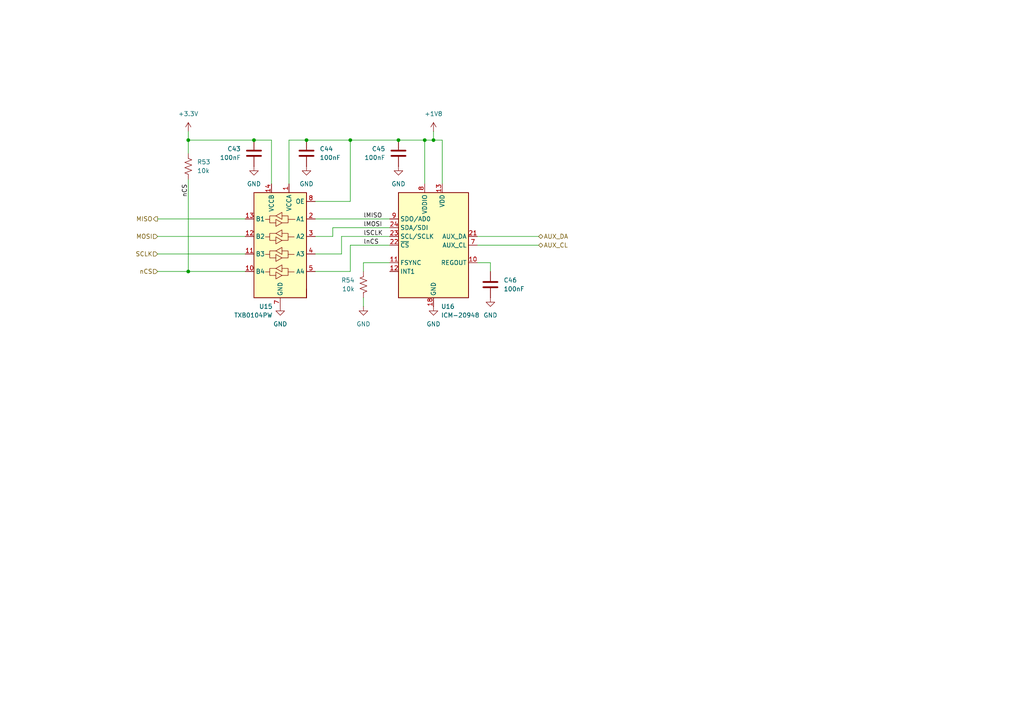
<source format=kicad_sch>
(kicad_sch (version 20231120) (generator "eeschema") (generator_version "8.0")
  (paper "A4")
  (lib_symbols
    (symbol "Device:C" (pin_numbers hide) (pin_names (offset 0.254))
      (property "Reference" "C" (at 0.635 2.54 0))
      (property "Value" "C" (at 0.635 -2.54 0))
      (symbol "C_0_1"
        (polyline (pts (xy -2.032 -0.762) (xy 2.032 -0.762)) (stroke (width 0.508)))
        (polyline (pts (xy -2.032 0.762) (xy 2.032 0.762)) (stroke (width 0.508)))
      )
      (symbol "C_1_1"
        (pin passive line (at 0 3.81 270) (length 2.794) (name "~") (number "1"))
        (pin passive line (at 0 -3.81 90) (length 2.794) (name "~") (number "2"))
      )
    )
    (symbol "Device:R_US" (pin_numbers hide) (pin_names (offset 0))
      (property "Reference" "R" (at 2.54 0 90))
      (property "Value" "R_US" (at -2.54 0 90))
      (symbol "R_US_0_1"
        (polyline (pts (xy 0 -2.286) (xy 0 -2.54)))
        (polyline (pts (xy 0 2.286) (xy 0 2.54)))
        (polyline (pts (xy 0 -0.762) (xy 1.016 -1.143) (xy 0 -1.524) (xy -1.016 -1.905) (xy 0 -2.286)))
        (polyline (pts (xy 0 0.762) (xy 1.016 0.381) (xy 0 0) (xy -1.016 -0.381) (xy 0 -0.762)))
        (polyline (pts (xy 0 2.286) (xy 1.016 1.905) (xy 0 1.524) (xy -1.016 1.143) (xy 0 0.762)))
      )
      (symbol "R_US_1_1"
        (pin passive line (at 0 3.81 270) (length 1.27) (name "~") (number "1"))
        (pin passive line (at 0 -3.81 90) (length 1.27) (name "~") (number "2"))
      )
    )
    (symbol "Logic_LevelTranslator:TXB0104PW"
      (property "Reference" "U" (at -6.35 16.51 0))
      (property "Value" "TXB0104PW" (at 3.81 16.51 0))
      (symbol "TXB0104PW_0_1"
        (rectangle (start -7.62 -15.24) (end -7.62 -12.7) (stroke (width 0.254)))
        (rectangle (start -7.62 15.24) (end 7.62 -15.24) (stroke (width 0.254)) (fill (type background)))
        (polyline (pts (xy -2.286 -7.747) (xy -2.286 -6.731) (xy -0.508 -6.731)))
        (polyline (pts (xy -2.286 -2.667) (xy -2.286 -1.651) (xy -0.508 -1.651)))
        (polyline (pts (xy -2.286 2.413) (xy -2.286 3.429) (xy -0.508 3.429)))
        (polyline (pts (xy -2.286 7.493) (xy -2.286 8.509) (xy -0.508 8.509)))
        (polyline (pts (xy 3.048 -7.747) (xy 3.048 -8.763) (xy 1.27 -8.763)))
        (polyline (pts (xy 3.048 -2.667) (xy 3.048 -3.683) (xy 1.27 -3.683)))
        (polyline (pts (xy 3.048 2.413) (xy 3.048 1.397) (xy 1.27 1.397)))
        (polyline (pts (xy 3.048 7.493) (xy 3.048 6.477) (xy 1.27 6.477)))
        (polyline (pts (xy -0.508 -8.763) (xy -2.286 -8.763) (xy -2.286 -7.747) (xy -4.064 -7.747)))
        (polyline (pts (xy -0.508 -8.763) (xy 1.27 -7.747) (xy 1.27 -9.779) (xy -0.508 -8.763)))
        (polyline (pts (xy -0.508 -3.683) (xy -2.286 -3.683) (xy -2.286 -2.667) (xy -4.064 -2.667)))
        (polyline (pts (xy -0.508 -3.683) (xy 1.27 -2.667) (xy 1.27 -4.699) (xy -0.508 -3.683)))
        (polyline (pts (xy -0.508 1.397) (xy -2.286 1.397) (xy -2.286 2.413) (xy -4.064 2.413)))
        (polyline (pts (xy -0.508 1.397) (xy 1.27 2.413) (xy 1.27 0.381) (xy -0.508 1.397)))
        (polyline (pts (xy -0.508 6.477) (xy -2.286 6.477) (xy -2.286 7.493) (xy -4.318 7.493)))
        (polyline (pts (xy -0.508 6.477) (xy 1.27 7.493) (xy 1.27 5.461) (xy -0.508 6.477)))
        (polyline (pts (xy 1.27 -6.731) (xy -0.508 -7.747) (xy -0.508 -5.715) (xy 1.27 -6.731)))
        (polyline (pts (xy 1.27 -6.731) (xy 3.048 -6.731) (xy 3.048 -7.747) (xy 4.318 -7.747)))
        (polyline (pts (xy 1.27 -1.651) (xy -0.508 -2.667) (xy -0.508 -0.635) (xy 1.27 -1.651)))
        (polyline (pts (xy 1.27 -1.651) (xy 3.048 -1.651) (xy 3.048 -2.667) (xy 4.318 -2.667)))
        (polyline (pts (xy 1.27 3.429) (xy -0.508 2.413) (xy -0.508 4.445) (xy 1.27 3.429)))
        (polyline (pts (xy 1.27 3.429) (xy 3.048 3.429) (xy 3.048 2.413) (xy 4.318 2.413)))
        (polyline (pts (xy 1.27 8.509) (xy -0.508 7.493) (xy -0.508 9.525) (xy 1.27 8.509)))
        (polyline (pts (xy 1.27 8.509) (xy 3.048 8.509) (xy 3.048 7.493) (xy 4.318 7.493)))
      )
      (symbol "TXB0104PW_1_1"
        (pin power_in line (at -2.54 17.78 270) (length 2.54) (name "VCCA") (number "1"))
        (pin bidirectional line (at 10.16 -7.62 180) (length 2.54) (name "B4") (number "10"))
        (pin bidirectional line (at 10.16 -2.54 180) (length 2.54) (name "B3") (number "11"))
        (pin bidirectional line (at 10.16 2.54 180) (length 2.54) (name "B2") (number "12"))
        (pin bidirectional line (at 10.16 7.62 180) (length 2.54) (name "B1") (number "13"))
        (pin power_in line (at 2.54 17.78 270) (length 2.54) (name "VCCB") (number "14"))
        (pin bidirectional line (at -10.16 7.62 0) (length 2.54) (name "A1") (number "2"))
        (pin bidirectional line (at -10.16 2.54 0) (length 2.54) (name "A2") (number "3"))
        (pin bidirectional line (at -10.16 -2.54 0) (length 2.54) (name "A3") (number "4"))
        (pin bidirectional line (at -10.16 -7.62 0) (length 2.54) (name "A4") (number "5"))
        (pin no_connect line (at -7.62 -12.7 0) (length 2.54) hide (name "NC") (number "6"))
        (pin power_in line (at 0 -17.78 90) (length 2.54) (name "GND") (number "7"))
        (pin input line (at -10.16 12.7 0) (length 2.54) (name "OE") (number "8"))
        (pin no_connect line (at 7.62 -12.7 180) (length 2.54) hide (name "NC") (number "9"))
      )
    )
    (symbol "Sensor_Motion:ICM-20948"
      (property "Reference" "U" (at -11.43 16.51 0))
      (property "Value" "ICM-20948" (at 7.62 -16.51 0))
      (symbol "ICM-20948_0_1"
        (rectangle (start -10.16 15.24) (end 10.16 -15.24) (stroke (width 0.254)) (fill (type background)))
      )
      (symbol "ICM-20948_1_1"
        (pin no_connect line (at -10.16 12.7 0) (length 2.54) hide (name "NC") (number "1"))
        (pin passive line (at 12.7 -5.08 180) (length 2.54) (name "REGOUT") (number "10"))
        (pin input line (at -12.7 -5.08 0) (length 2.54) (name "FSYNC") (number "11"))
        (pin output line (at -12.7 -7.62 0) (length 2.54) (name "INT1") (number "12"))
        (pin power_in line (at 2.54 17.78 270) (length 2.54) (name "VDD") (number "13"))
        (pin no_connect line (at 10.16 7.62 180) (length 2.54) hide (name "NC") (number "14"))
        (pin no_connect line (at 10.16 5.08 180) (length 2.54) hide (name "NC") (number "15"))
        (pin no_connect line (at 10.16 -7.62 180) (length 2.54) hide (name "NC") (number "16"))
        (pin no_connect line (at 10.16 -10.16 180) (length 2.54) hide (name "NC") (number "17"))
        (pin power_in line (at 0 -17.78 90) (length 2.54) (name "GND") (number "18"))
        (pin no_connect line (at 10.16 -12.7 180) (length 2.54) hide (name "RESV") (number "19"))
        (pin no_connect line (at -10.16 10.16 0) (length 2.54) hide (name "NC") (number "2"))
        (pin passive line (at 0 -17.78 90) (length 2.54) hide (name "GND") (number "20"))
        (pin bidirectional line (at 12.7 2.54 180) (length 2.54) (name "AUX_DA") (number "21"))
        (pin input line (at -12.7 0 0) (length 2.54) (name "~{CS}") (number "22"))
        (pin input line (at -12.7 2.54 0) (length 2.54) (name "SCL/SCLK") (number "23"))
        (pin bidirectional line (at -12.7 5.08 0) (length 2.54) (name "SDA/SDI") (number "24"))
        (pin no_connect line (at -10.16 -2.54 0) (length 2.54) hide (name "NC") (number "3"))
        (pin no_connect line (at -10.16 -10.16 0) (length 2.54) hide (name "NC") (number "4"))
        (pin no_connect line (at -10.16 -12.7 0) (length 2.54) hide (name "NC") (number "5"))
        (pin no_connect line (at 10.16 10.16 180) (length 2.54) hide (name "NC") (number "6"))
        (pin output line (at 12.7 0 180) (length 2.54) (name "AUX_CL") (number "7"))
        (pin power_in line (at -2.54 17.78 270) (length 2.54) (name "VDDIO") (number "8"))
        (pin bidirectional line (at -12.7 7.62 0) (length 2.54) (name "SDO/AD0") (number "9"))
      )
    )
    (symbol "power:+1V8" (power) (pin_numbers hide) (pin_names (offset 0) hide)
      (property "Value" "+1V8" (at 0 3.556 0))
      (symbol "+1V8_0_1"
        (polyline (pts (xy -0.762 1.27) (xy 0 2.54)))
        (polyline (pts (xy 0 0) (xy 0 2.54)))
        (polyline (pts (xy 0 2.54) (xy 0.762 1.27)))
      )
      (symbol "+1V8_1_1"
        (pin power_in line (at 0 0 90) (length 0) (name "~") (number "1"))
      )
    )
    (symbol "power:+3.3V" (power) (pin_numbers hide) (pin_names (offset 0) hide)
      (property "Value" "+3.3V" (at 0 3.556 0))
      (symbol "+3.3V_0_1"
        (polyline (pts (xy -0.762 1.27) (xy 0 2.54)))
        (polyline (pts (xy 0 0) (xy 0 2.54)))
        (polyline (pts (xy 0 2.54) (xy 0.762 1.27)))
      )
      (symbol "+3.3V_1_1"
        (pin power_in line (at 0 0 90) (length 0) (name "~") (number "1"))
      )
    )
    (symbol "power:GND" (power) (pin_numbers hide) (pin_names (offset 0) hide)
      (property "Value" "GND" (at 0 -3.81 0))
      (symbol "GND_0_1"
        (polyline (pts (xy 0 0) (xy 0 -1.27) (xy 1.27 -1.27) (xy 0 -2.54) (xy -1.27 -1.27) (xy 0 -1.27)))
      )
      (symbol "GND_1_1"
        (pin power_in line (at 0 0 270) (length 0) (name "~") (number "1"))
      )
    )
  )
  (junction (at 73.66 40.64))
  (junction (at 115.57 40.64))
  (junction (at 123.19 40.64))
  (junction (at 101.6 40.64))
  (junction (at 54.61 40.64))
  (junction (at 54.61 78.74))
  (junction (at 125.73 40.64))
  (junction (at 88.9 40.64))
  (wire (pts (xy 96.52 66.04) (xy 96.52 68.58)))
  (wire (pts (xy 99.06 68.58) (xy 113.03 68.58)))
  (wire (pts (xy 105.41 86.36) (xy 105.41 88.9)))
  (wire (pts (xy 128.27 40.64) (xy 128.27 53.34)))
  (wire (pts (xy 91.44 63.5) (xy 113.03 63.5)))
  (wire (pts (xy 105.41 76.2) (xy 105.41 78.74)))
  (wire (pts (xy 123.19 40.64) (xy 123.19 53.34)))
  (wire (pts (xy 99.06 68.58) (xy 99.06 73.66)))
  (wire (pts (xy 91.44 78.74) (xy 101.6 78.74)))
  (wire (pts (xy 54.61 52.07) (xy 54.61 78.74)))
  (wire (pts (xy 88.9 40.64) (xy 101.6 40.64)))
  (wire (pts (xy 115.57 40.64) (xy 123.19 40.64)))
  (wire (pts (xy 138.43 68.58) (xy 156.21 68.58)))
  (wire (pts (xy 138.43 71.12) (xy 156.21 71.12)))
  (wire (pts (xy 83.82 40.64) (xy 88.9 40.64)))
  (wire (pts (xy 101.6 40.64) (xy 115.57 40.64)))
  (wire (pts (xy 54.61 38.1) (xy 54.61 40.64)))
  (wire (pts (xy 101.6 71.12) (xy 113.03 71.12)))
  (wire (pts (xy 54.61 40.64) (xy 54.61 44.45)))
  (wire (pts (xy 96.52 68.58) (xy 91.44 68.58)))
  (wire (pts (xy 54.61 78.74) (xy 71.12 78.74)))
  (wire (pts (xy 45.72 63.5) (xy 71.12 63.5)))
  (wire (pts (xy 83.82 53.34) (xy 83.82 40.64)))
  (wire (pts (xy 91.44 73.66) (xy 99.06 73.66)))
  (wire (pts (xy 78.74 53.34) (xy 78.74 40.64)))
  (wire (pts (xy 101.6 71.12) (xy 101.6 78.74)))
  (wire (pts (xy 45.72 73.66) (xy 71.12 73.66)))
  (wire (pts (xy 138.43 76.2) (xy 142.24 76.2)))
  (wire (pts (xy 45.72 68.58) (xy 71.12 68.58)))
  (wire (pts (xy 73.66 40.64) (xy 78.74 40.64)))
  (wire (pts (xy 142.24 76.2) (xy 142.24 78.74)))
  (wire (pts (xy 45.72 78.74) (xy 54.61 78.74)))
  (wire (pts (xy 54.61 40.64) (xy 73.66 40.64)))
  (wire (pts (xy 91.44 58.42) (xy 101.6 58.42)))
  (wire (pts (xy 101.6 40.64) (xy 101.6 58.42)))
  (wire (pts (xy 125.73 40.64) (xy 128.27 40.64)))
  (wire (pts (xy 123.19 40.64) (xy 125.73 40.64)))
  (wire (pts (xy 96.52 66.04) (xy 113.03 66.04)))
  (wire (pts (xy 113.03 76.2) (xy 105.41 76.2)))
  (wire (pts (xy 125.73 38.1) (xy 125.73 40.64)))
  (label "lMISO" (at 105.41 63.5 0))
  (label "nCS" (at 54.61 57.15 90))
  (label "lnCS" (at 105.41 71.12 0))
  (label "lMOSI" (at 105.41 66.04 0))
  (label "lSCLK" (at 105.41 68.58 0))
  (hierarchical_label "nCS" (shape input) (at 45.72 78.74 180))
  (hierarchical_label "MOSI" (shape input) (at 45.72 68.58 180))
  (hierarchical_label "SCLK" (shape input) (at 45.72 73.66 180))
  (hierarchical_label "AUX_CL" (shape bidirectional) (at 156.21 71.12 0))
  (hierarchical_label "AUX_DA" (shape bidirectional) (at 156.21 68.58 0))
  (hierarchical_label "MISO" (shape output) (at 45.72 63.5 180))
  (symbol (lib_id "Logic_LevelTranslator:TXB0104PW") (at 81.28 71.12 0) (mirror y) (unit 1)
    (property "Reference" "U15" (at 79.0859 88.9 0) (effects (justify left)))
    (property "Value" "TXB0104PW" (at 79.0859 91.44 0) (effects (justify left)))
    (property "Footprint" "Package_SO:TSSOP-14_4.4x5mm_P0.65mm" (effects (hide yes)))
    (property "Datasheet" "http://www.ti.com/lit/ds/symlink/txb0104.pdf" (effects (hide yes)))
    (property "Description" "4-Bit Bidirectional Voltage-Level Translator, Auto Direction Sensing and ±15-kV ESD Protection, 1.2 - 3.6V APort, 1.65 - 5.5V BPort, TSSOP-14" (effects (hide yes)))
  )
  (symbol (lib_id "Device:C") (at 142.24 82.55 180) (unit 1)
    (property "Reference" "C46" (at 146.05 81.2799 0) (effects (justify right)))
    (property "Value" "100nF" (at 146.05 83.8199 0) (effects (justify right)))
    (property "Footprint" "Capacitor_SMD:C_0603_1608Metric" (effects (hide yes)))
    (property "Description" "Unpolarized capacitor 16V" (effects (hide yes)))
  )
  (symbol (lib_id "Device:C") (at 88.9 44.45 180) (unit 1)
    (property "Reference" "C44" (at 92.71 43.1799 0) (effects (justify right)))
    (property "Value" "100nF" (at 92.71 45.7199 0) (effects (justify right)))
    (property "Footprint" "Capacitor_SMD:C_0603_1608Metric" (effects (hide yes)))
    (property "Description" "Unpolarized capacitor 16V" (effects (hide yes)))
  )
  (symbol (lib_id "Device:R_US") (at 54.61 48.26 0) (unit 1)
    (property "Reference" "R53" (at 57.15 46.9899 0) (effects (justify left)))
    (property "Value" "10k" (at 57.15 49.5299 0) (effects (justify left)))
    (property "Footprint" "Resistor_SMD:R_0603_1608Metric" (effects (hide yes)))
    (property "Description" "Resistor, US symbol" (effects (hide yes)))
  )
  (symbol (lib_id "power:GND") (at 105.41 88.9 0) (unit 1)
    (property "Reference" "#PWR087" (effects (hide yes)))
    (property "Value" "GND" (at 105.41 93.98 0))
    (property "Description" "Power symbol creates a global label with name \"GND\" , ground" (effects (hide yes)))
  )
  (symbol (lib_id "power:GND") (at 81.28 88.9 0) (unit 1)
    (property "Reference" "#PWR085" (effects (hide yes)))
    (property "Value" "GND" (at 81.28 93.98 0))
    (property "Description" "Power symbol creates a global label with name \"GND\" , ground" (effects (hide yes)))
  )
  (symbol (lib_id "power:+1V8") (at 125.73 38.1 0) (unit 1)
    (property "Reference" "#PWR089" (effects (hide yes)))
    (property "Value" "+1V8" (at 125.73 33.02 0))
    (property "Description" "Power symbol creates a global label with name \"+1V8\"" (effects (hide yes)))
  )
  (symbol (lib_id "power:GND") (at 73.66 48.26 0) (unit 1)
    (property "Reference" "#PWR084" (effects (hide yes)))
    (property "Value" "GND" (at 73.66 53.34 0))
    (property "Description" "Power symbol creates a global label with name \"GND\" , ground" (effects (hide yes)))
  )
  (symbol (lib_id "Device:C") (at 115.57 44.45 0) (mirror x) (unit 1)
    (property "Reference" "C45" (at 111.76 43.1799 0) (effects (justify right)))
    (property "Value" "100nF" (at 111.76 45.7199 0) (effects (justify right)))
    (property "Footprint" "Capacitor_SMD:C_0603_1608Metric" (effects (hide yes)))
    (property "Description" "Unpolarized capacitor 16V" (effects (hide yes)))
  )
  (symbol (lib_id "power:GND") (at 115.57 48.26 0) (unit 1)
    (property "Reference" "#PWR088" (effects (hide yes)))
    (property "Value" "GND" (at 115.57 53.34 0))
    (property "Description" "Power symbol creates a global label with name \"GND\" , ground" (effects (hide yes)))
  )
  (symbol (lib_id "power:GND") (at 88.9 48.26 0) (unit 1)
    (property "Reference" "#PWR086" (effects (hide yes)))
    (property "Value" "GND" (at 88.9 53.34 0))
    (property "Description" "Power symbol creates a global label with name \"GND\" , ground" (effects (hide yes)))
  )
  (symbol (lib_id "Sensor_Motion:ICM-20948") (at 125.73 71.12 0) (unit 1)
    (property "Reference" "U16" (at 127.9241 88.9 0) (effects (justify left)))
    (property "Value" "ICM-20948" (at 127.9241 91.44 0) (effects (justify left)))
    (property "Footprint" "Sensor_Motion:InvenSense_QFN-24_3x3mm_P0.4mm" (effects (hide yes)))
    (property "Datasheet" "http://www.invensense.com/wp-content/uploads/2016/06/DS-000189-ICM-20948-v1.3.pdf" (effects (hide yes)))
    (property "Description" "InvenSense 9-Axis Motion Sensor, Accelerometer, Gyroscope, Compass, I2C/SPI, QFN-24" (effects (hide yes)))
  )
  (symbol (lib_id "Device:R_US") (at 105.41 82.55 0) (mirror y) (unit 1)
    (property "Reference" "R54" (at 102.87 81.2799 0) (effects (justify left)))
    (property "Value" "10k" (at 102.87 83.8199 0) (effects (justify left)))
    (property "Footprint" "Resistor_SMD:R_0603_1608Metric" (effects (hide yes)))
    (property "Description" "Resistor, US symbol" (effects (hide yes)))
  )
  (symbol (lib_id "power:GND") (at 142.24 86.36 0) (unit 1)
    (property "Reference" "#PWR091" (effects (hide yes)))
    (property "Value" "GND" (at 142.24 91.44 0))
    (property "Description" "Power symbol creates a global label with name \"GND\" , ground" (effects (hide yes)))
  )
  (symbol (lib_id "Device:C") (at 73.66 44.45 0) (mirror x) (unit 1)
    (property "Reference" "C43" (at 69.85 43.1799 0) (effects (justify right)))
    (property "Value" "100nF" (at 69.85 45.7199 0) (effects (justify right)))
    (property "Footprint" "Capacitor_SMD:C_0603_1608Metric" (effects (hide yes)))
    (property "Description" "Unpolarized capacitor 16V" (effects (hide yes)))
  )
  (symbol (lib_id "power:GND") (at 125.73 88.9 0) (unit 1)
    (property "Reference" "#PWR090" (effects (hide yes)))
    (property "Value" "GND" (at 125.73 93.98 0))
    (property "Description" "Power symbol creates a global label with name \"GND\" , ground" (effects (hide yes)))
  )
  (symbol (lib_id "power:+3.3V") (at 54.61 38.1 0) (unit 1)
    (property "Reference" "#PWR083" (effects (hide yes)))
    (property "Value" "+3.3V" (at 54.61 33.02 0))
    (property "Description" "Power symbol creates a global label with name \"+3.3V\"" (effects (hide yes)))
  )
)
</source>
